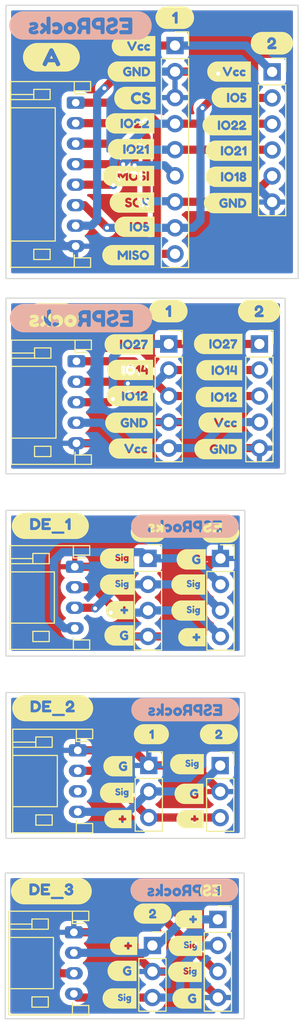
<source format=kicad_pcb>
(kicad_pcb (version 20211014) (generator pcbnew)
  (layers (0 "F.Cu" signal) (31 "B.Cu" signal) (34 "B.Paste" user) (35 "F.Paste" user) (36 "B.SilkS" user "B.Silkscreen") (37 "F.SilkS" user "F.Silkscreen") (38 "B.Mask" user) (39 "F.Mask" user) (44 "Edge.Cuts" user))
  (net 0 "")
  (net 1 "Net-(CN12-Pad4)")
  (net 3 "Net-(CN13-Pad4)")
  (net 4 "Net-(CN13-Pad3)")
  (net 5 "/A_Ad_GPIO5")
  (net 6 "/A_Ad_GPIO18{slash}SPI_SCK")
  (net 7 "/A_Ad_GPIO19{slash}SPI_MISO")
  (net 8 "/A_Ad_GPIO21")
  (net 9 "/A_Ad_GPIO22")
  (net 10 "/A_Ad_GPIO23{slash}SPI_MOSI")
  (net 11 "/A_Ad_Vcc")
  (net 12 "/A_Ad_GND")
  (net 13 "/AD_C_GPIO27")
  (net 14 "/AD_C_GPIO14")
  (net 15 "/AD_C_GPIO12")
  (net 16 "/AD_C_Vcc")
  (net 17 "/AD_C_GND")
  (net 18 "/AD_DE_Vcc_2")
  (net 19 "/AD_DE_GND_2")
  (net 20 "/AD_DE_Vcc_1")
  (net 21 "/AD_DE_GND_1")
  (net 22 "/AD_DE_GND_3")
  (net 23 "/AD_DE_Vcc_3")
  (net 24 "Net-(CN1-Pad3)")
  (net 25 "Net-(CN1-Pad4)")
  (footprint "kibuzzard-63397302" (layer "F.Cu") (at 81.3816 69.977)
    (fp_text reference "kibuzzard-63397302" hide)
    (fp_text value "G***" hide)
  )
  (footprint "kibuzzard-633972B0" (layer "F.Cu") (at 90.9582 77.7494)
    (fp_text reference "kibuzzard-633972B0" hide)
    (fp_text value "G***" hide)
  )
  (footprint "kibuzzard-6339B3C3" (layer "F.Cu") (at 81.382 96.5662)
    (fp_text reference "kibuzzard-6339B3C3" hide)
    (fp_text value "G***" hide)
  )
  (footprint "Connector_JST:JST_PH_S5B-PH-K_1x05_P2.00mm_Horizontal" (layer "F.Cu") (at 76.1612 93.1804 -90)
    (fp_text reference "CN11" hide)
    (fp_text value "C_Ad_In" hide)
    (pad "1" thru_hole roundrect (at 0 0 270) (size 1.2 1.75) (drill 0.75) (layers *.Cu *.Mask) (roundrect_rratio 0.2083333333) (net 15 "/AD_C_GPIO12"))
    (pad "2" thru_hole oval (at 2 0 270) (size 1.2 1.75) (drill 0.75) (layers *.Cu *.Mask) (net 14 "/AD_C_GPIO14"))
    (pad "3" thru_hole oval (at 4 0 270) (size 1.2 1.75) (drill 0.75) (layers *.Cu *.Mask) (net 13 "/AD_C_GPIO27"))
    (pad "4" thru_hole oval (at 6 0 270) (size 1.2 1.75) (drill 0.75) (layers *.Cu *.Mask) (net 16 "/AD_C_Vcc"))
    (pad "5" thru_hole oval (at 8 0 270) (size 1.2 1.75) (drill 0.75) (layers *.Cu *.Mask) (net 17 "/AD_C_GND"))
  )
  (footprint "kibuzzard-6341BA27" (layer "F.Cu") (at 87.0972 114.9654)
    (fp_text reference "kibuzzard-6341BA27" hide)
    (fp_text value "G***" hide)
  )
  (footprint "Connector_PinSocket_2.54mm:PinSocket_1x03_P2.54mm_Vertical" (layer "F.Cu") (at 83.591 150.1798)
    (fp_text reference "CN3" hide)
    (fp_text value "D_E_Ad_Out_2" hide)
    (pad "1" thru_hole rect (at 0 0) (size 1.7 1.7) (drill 1) (layers *.Cu *.Mask) (net 23 "/AD_DE_Vcc_3"))
    (pad "2" thru_hole oval (at 0 2.54) (size 1.7 1.7) (drill 1) (layers *.Cu *.Mask) (net 22 "/AD_DE_GND_3"))
    (pad "3" thru_hole oval (at 0 5.08) (size 1.7 1.7) (drill 1) (layers *.Cu *.Mask) (net 25 "Net-(CN1-Pad4)"))
  )
  (footprint "Connector_JST:JST_PH_S4B-PH-K_1x04_P2.00mm_Horizontal" (layer "F.Cu") (at 75.9972 113.2304 -90)
    (fp_text reference "CN13" hide)
    (fp_text value "D_E_1_Ad_In" hide)
    (pad "1" thru_hole roundrect (at 0 0 270) (size 1.2 1.75) (drill 0.75) (layers *.Cu *.Mask) (roundrect_rratio 0.2083333333) (net 21 "/AD_DE_GND_1"))
    (pad "2" thru_hole oval (at 2 0 270) (size 1.2 1.75) (drill 0.75) (layers *.Cu *.Mask) (net 20 "/AD_DE_Vcc_1"))
    (pad "3" thru_hole oval (at 4 0 270) (size 1.2 1.75) (drill 0.75) (layers *.Cu *.Mask) (net 4 "Net-(CN13-Pad3)"))
    (pad "4" thru_hole oval (at 6 0 270) (size 1.2 1.75) (drill 0.75) (layers *.Cu *.Mask) (net 3 "Net-(CN13-Pad4)"))
  )
  (footprint "kibuzzard-6339688B" (layer "F.Cu") (at 83.6168 147.066)
    (fp_text reference "kibuzzard-6339688B" hide)
    (fp_text value "G***" hide)
  )
  (footprint "kibuzzard-63397331" (layer "F.Cu") (at 81.8388 80.0608)
    (fp_text reference "kibuzzard-63397331" hide)
    (fp_text value "G***" hide)
  )
  (footprint "kibuzzard-6339BB7B" (layer "F.Cu") (at 87.122 147.6248)
    (fp_text reference "kibuzzard-6339BB7B" hide)
    (fp_text value "G***" hide)
  )
  (footprint "kibuzzard-6339BB62" (layer "F.Cu") (at 87.1728 135.382)
    (fp_text reference "kibuzzard-6339BB62" hide)
    (fp_text value "G***" hide)
  )
  (footprint "kibuzzard-6339BB62" (layer "F.Cu") (at 80.2136 132.6896)
    (fp_text reference "kibuzzard-6339BB62" hide)
    (fp_text value "G***" hide)
  )
  (footprint "kibuzzard-633972B9" (layer "F.Cu") (at 81.7458 62.4332)
    (fp_text reference "kibuzzard-633972B9" hide)
    (fp_text value "G***" hide)
  )
  (footprint "kibuzzard-633972B0" (layer "F.Cu") (at 90.0262 101.7524)
    (fp_text reference "kibuzzard-633972B0" hide)
    (fp_text value "G***" hide)
  )
  (footprint "kibuzzard-633972B0" (layer "F.Cu") (at 81.5426 64.9224)
    (fp_text reference "kibuzzard-633972B0" hide)
    (fp_text value "G***" hide)
  )
  (footprint "kibuzzard-6339BB7B" (layer "F.Cu") (at 80.772 150.2156)
    (fp_text reference "kibuzzard-6339BB7B" hide)
    (fp_text value "G***" hide)
  )
  (footprint "Connector_PinSocket_2.54mm:PinSocket_1x05_P2.54mm_Vertical" (layer "F.Cu") (at 85.1912 91.4954)
    (fp_text reference "CN17" hide)
    (fp_text value "C_Ad_Out_1" hide)
    (pad "1" thru_hole rect (at 0 0) (size 1.7 1.7) (drill 1) (layers *.Cu *.Mask) (net 13 "/AD_C_GPIO27"))
    (pad "2" thru_hole oval (at 0 2.54) (size 1.7 1.7) (drill 1) (layers *.Cu *.Mask) (net 14 "/AD_C_GPIO14"))
    (pad "3" thru_hole oval (at 0 5.08) (size 1.7 1.7) (drill 1) (layers *.Cu *.Mask) (net 15 "/AD_C_GPIO12"))
    (pad "4" thru_hole oval (at 0 7.62) (size 1.7 1.7) (drill 1) (layers *.Cu *.Mask) (net 17 "/AD_C_GND"))
    (pad "5" thru_hole oval (at 0 10.16) (size 1.7 1.7) (drill 1) (layers *.Cu *.Mask) (net 16 "/AD_C_Vcc"))
  )
  (footprint "Connector_JST:JST_PH_S4B-PH-K_1x04_P2.00mm_Horizontal" (layer "F.Cu") (at 75.9068 148.892 -90)
    (fp_text reference "CN1" hide)
    (fp_text value "D_E_3_Ad_In" hide)
    (pad "1" thru_hole roundrect (at 0 0 270) (size 1.2 1.75) (drill 0.75) (layers *.Cu *.Mask) (roundrect_rratio 0.2083333333) (net 22 "/AD_DE_GND_3"))
    (pad "2" thru_hole oval (at 2 0 270) (size 1.2 1.75) (drill 0.75) (layers *.Cu *.Mask) (net 23 "/AD_DE_Vcc_3"))
    (pad "3" thru_hole oval (at 4 0 270) (size 1.2 1.75) (drill 0.75) (layers *.Cu *.Mask) (net 24 "Net-(CN1-Pad3)"))
    (pad "4" thru_hole oval (at 6 0 270) (size 1.2 1.75) (drill 0.75) (layers *.Cu *.Mask) (net 25 "Net-(CN1-Pad4)"))
  )
  (footprint "Connector_PinSocket_2.54mm:PinSocket_1x03_P2.54mm_Vertical" (layer "F.Cu") (at 90.2212 132.6284)
    (fp_text reference "CN21" hide)
    (fp_text value "D_E_Ad_Out_2" hide)
    (pad "1" thru_hole rect (at 0 0) (size 1.7 1.7) (drill 1) (layers *.Cu *.Mask) (net 1 "Net-(CN12-Pad4)"))
    (pad "2" thru_hole oval (at 0 2.54) (size 1.7 1.7) (drill 1) (layers *.Cu *.Mask) (net 19 "/AD_DE_GND_2"))
    (pad "3" thru_hole oval (at 0 5.08) (size 1.7 1.7) (drill 1) (layers *.Cu *.Mask) (net 18 "/AD_DE_Vcc_2"))
  )
  (footprint "kibuzzard-6341BA27" (layer "F.Cu") (at 80.1122 112.4254)
    (fp_text reference "kibuzzard-6341BA27" hide)
    (fp_text value "G***" hide)
  )
  (footprint "kibuzzard-6339736F" (layer "F.Cu") (at 91.3392 67.4624)
    (fp_text reference "kibuzzard-6339736F" hide)
    (fp_text value "G***" hide)
  )
  (footprint "kibuzzard-6339687F" (layer "F.Cu") (at 83.4902 129.5654)
    (fp_text reference "kibuzzard-6339687F" hide)
    (fp_text value "G***" hide)
  )
  (footprint "kibuzzard-6339B3B1" (layer "F.Cu") (at 81.2804 91.537)
    (fp_text reference "kibuzzard-6339B3B1" hide)
    (fp_text value "G***" hide)
  )
  (footprint "kibuzzard-6341BA27" (layer "F.Cu") (at 86.7664 152.7556)
    (fp_text reference "kibuzzard-6341BA27" hide)
    (fp_text value "G***" hide)
  )
  (footprint "kibuzzard-63864E34" (layer "F.Cu") (at 73.7108 144.8816)
    (fp_text reference "kibuzzard-63864E34" hide)
    (fp_text value "G***" hide)
  )
  (footprint "kibuzzard-6339B3BA" (layer "F.Cu") (at 81.4074 94.0262)
    (fp_text reference "kibuzzard-6339B3BA" hide)
    (fp_text value "G***" hide)
  )
  (footprint "kibuzzard-633972B9" (layer "F.Cu") (at 81.4582 101.697)
    (fp_text reference "kibuzzard-633972B9" hide)
    (fp_text value "G***" hide)
  )
  (footprint "Connector_PinSocket_2.54mm:PinSocket_1x05_P2.54mm_Vertical" (layer "F.Cu") (at 94.0562 91.4954)
    (fp_text reference "CN16" hide)
    (fp_text value "C_Ad_Out_2" hide)
    (pad "1" thru_hole rect (at 0 0) (size 1.7 1.7) (drill 1) (layers *.Cu *.Mask) (net 13 "/AD_C_GPIO27"))
    (pad "2" thru_hole oval (at 0 2.54) (size 1.7 1.7) (drill 1) (layers *.Cu *.Mask) (net 14 "/AD_C_GPIO14"))
    (pad "3" thru_hole oval (at 0 5.08) (size 1.7 1.7) (drill 1) (layers *.Cu *.Mask) (net 15 "/AD_C_GPIO12"))
    (pad "4" thru_hole oval (at 0 7.62) (size 1.7 1.7) (drill 1) (layers *.Cu *.Mask) (net 16 "/AD_C_Vcc"))
    (pad "5" thru_hole oval (at 0 10.16) (size 1.7 1.7) (drill 1) (layers *.Cu *.Mask) (net 17 "/AD_C_GND"))
  )
  (footprint "Connector_PinSocket_2.54mm:PinSocket_1x09_P2.54mm_Vertical" (layer "F.Cu") (at 85.8012 62.3824)
    (fp_text reference "CN14" hide)
    (fp_text value "A_Ad_Out_1" hide)
    (pad "1" thru_hole rect (at 0 0) (size 1.7 1.7) (drill 1) (layers *.Cu *.Mask) (net 11 "/A_Ad_Vcc"))
    (pad "2" thru_hole oval (at 0 2.54) (size 1.7 1.7) (drill 1) (layers *.Cu *.Mask) (net 12 "/A_Ad_GND"))
    (pad "3" thru_hole oval (at 0 5.08) (size 1.7 1.7) (drill 1) (layers *.Cu *.Mask) (net 12 "/A_Ad_GND"))
    (pad "4" thru_hole oval (at 0 7.62) (size 1.7 1.7) (drill 1) (layers *.Cu *.Mask) (net 9 "/A_Ad_GPIO22"))
    (pad "5" thru_hole oval (at 0 10.16) (size 1.7 1.7) (drill 1) (layers *.Cu *.Mask) (net 8 "/A_Ad_GPIO21"))
    (pad "6" thru_hole oval (at 0 12.7) (size 1.7 1.7) (drill 1) (layers *.Cu *.Mask) (net 10 "/A_Ad_GPIO23{slash}SPI_MOSI"))
    (pad "7" thru_hole oval (at 0 15.24) (size 1.7 1.7) (drill 1) (layers *.Cu *.Mask) (net 6 "/A_Ad_GPIO18{slash}SPI_SCK"))
    (pad "8" thru_hole oval (at 0 17.78) (size 1.7 1.7) (drill 1) (layers *.Cu *.Mask) (net 5 "/A_Ad_GPIO5"))
    (pad "9" thru_hole oval (at 0 20.32) (size 1.7 1.7) (drill 1) (layers *.Cu *.Mask) (net 7 "/A_Ad_GPIO19{slash}SPI_MISO"))
  )
  (footprint "kibuzzard-6339730C" (layer "F.Cu") (at 81.2292 75.1078)
    (fp_text reference "kibuzzard-6339730C" hide)
    (fp_text value "G***" hide)
  )
  (footprint "Connector_PinSocket_2.54mm:PinSocket_1x04_P2.54mm_Vertical" (layer "F.Cu") (at 90.2466 112.4204)
    (fp_text reference "CN19" hide)
    (fp_text value "D_E_Ad_Out_2" hide)
    (pad "1" thru_hole rect (at 0 0) (size 1.7 1.7) (drill 1) (layers *.Cu *.Mask) (net 21 "/AD_DE_GND_1"))
    (pad "2" thru_hole oval (at 0 2.54) (size 1.7 1.7) (drill 1) (layers *.Cu *.Mask) (net 3 "Net-(CN13-Pad4)"))
    (pad "3" thru_hole oval (at 0 5.08) (size 1.7 1.7) (drill 1) (layers *.Cu *.Mask) (net 4 "Net-(CN13-Pad3)"))
    (pad "4" thru_hole oval (at 0 7.62) (size 1.7 1.7) (drill 1) (layers *.Cu *.Mask) (net 20 "/AD_DE_Vcc_1"))
  )
  (footprint "kibuzzard-63396654" (layer "F.Cu") (at 73.7112 63.5254)
    (fp_text reference "kibuzzard-63396654" hide)
    (fp_text value "G***" hide)
  )
  (footprint "kibuzzard-6339BB62" (layer "F.Cu") (at 80.3156 119.9288)
    (fp_text reference "kibuzzard-6339BB62" hide)
    (fp_text value "G***" hide)
  )
  (footprint "kibuzzard-6339687F" (layer "F.Cu") (at 89.9668 144.8308)
    (fp_text reference "kibuzzard-6339687F" hide)
    (fp_text value "G***" hide)
  )
  (footprint "kibuzzard-6341BA27" (layer "F.Cu") (at 80.1122 114.9654)
    (fp_text reference "kibuzzard-6341BA27" hide)
    (fp_text value "G***" hide)
  )
  (footprint "kibuzzard-6339BB7B" (layer "F.Cu") (at 80.2136 137.8458)
    (fp_text reference "kibuzzard-6339BB7B" hide)
    (fp_text value "G***" hide)
  )
  (footprint "Connector_PinSocket_2.54mm:PinSocket_1x03_P2.54mm_Vertical" (layer "F.Cu") (at 83.2362 132.6134)
    (fp_text reference "CN20" hide)
    (fp_text value "D_E_Ad_Out_1" hide)
    (pad "1" thru_hole rect (at 0 0) (size 1.7 1.7) (drill 1) (layers *.Cu *.Mask) (net 19 "/AD_DE_GND_2"))
    (pad "2" thru_hole oval (at 0 2.54) (size 1.7 1.7) (drill 1) (layers *.Cu *.Mask) (net 1 "Net-(CN12-Pad4)"))
    (pad "3" thru_hole oval (at 0 5.08) (size 1.7 1.7) (drill 1) (layers *.Cu *.Mask) (net 18 "/AD_DE_Vcc_2"))
  )
  (footprint "Connector_PinSocket_2.54mm:PinSocket_1x04_P2.54mm_Vertical" (layer "F.Cu") (at 83.1592 112.41)
    (fp_text reference "CN18" hide)
    (fp_text value "D_E_Ad_Out_1" hide)
    (pad "1" thru_hole rect (at 0 0) (size 1.7 1.7) (drill 1) (layers *.Cu *.Mask) (net 3 "Net-(CN13-Pad4)"))
    (pad "2" thru_hole oval (at 0 2.54) (size 1.7 1.7) (drill 1) (layers *.Cu *.Mask) (net 4 "Net-(CN13-Pad3)"))
    (pad "3" thru_hole oval (at 0 5.08) (size 1.7 1.7) (drill 1) (layers *.Cu *.Mask) (net 20 "/AD_DE_Vcc_1"))
    (pad "4" thru_hole oval (at 0 7.62) (size 1.7 1.7) (drill 1) (layers *.Cu *.Mask) (net 21 "/AD_DE_GND_1"))
  )
  (footprint "kibuzzard-6339688B" (layer "F.Cu") (at 90.2212 109.9058)
    (fp_text reference "kibuzzard-6339688B" hide)
    (fp_text value "G***" hide)
  )
  (footprint "kibuzzard-63864F5E" (layer "F.Cu") (at 81.8896 67.5132)
    (fp_text reference "kibuzzard-63864F5E" hide)
    (fp_text value "G***" hide)
  )
  (footprint "kibuzzard-6341BA27" (layer "F.Cu") (at 86.9702 132.4914)
    (fp_text reference "kibuzzard-6341BA27" hide)
    (fp_text value "G***" hide)
  )
  (footprint "kibuzzard-633967D6" (layer "F.Cu") (at 94.0312 88.2904)
    (fp_text reference "kibuzzard-633967D6" hide)
    (fp_text value "G***" hide)
  )
  (footprint "kibuzzard-6339687F" (layer "F.Cu") (at 83.1858 109.845)
    (fp_text reference "kibuzzard-6339687F" hide)
    (fp_text value "G***" hide)
  )
  (footprint "kibuzzard-63397326" (layer "F.Cu") (at 81.5848 77.6986)
    (fp_text reference "kibuzzard-63397326" hide)
    (fp_text value "G***" hide)
  )
  (footprint "Connector_PinSocket_2.54mm:PinSocket_1x06_P2.54mm_Vertical" (layer "F.Cu") (at 95.3012 64.9474)
    (fp_text reference "CN15" hide)
    (fp_text value "A_Ad_Out_2" hide)
    (pad "1" thru_hole rect (at 0 0) (size 1.7 1.7) (drill 1) (layers *.Cu *.Mask) (net 11 "/A_Ad_Vcc"))
    (pad "2" thru_hole oval (at 0 2.54) (size 1.7 1.7) (drill 1) (layers *.Cu *.Mask) (net 5 "/A_Ad_GPIO5"))
    (pad "3" thru_hole oval (at 0 5.08) (size 1.7 1.7) (drill 1) (layers *.Cu *.Mask) (net 9 "/A_Ad_GPIO22"))
    (pad "4" thru_hole oval (at 0 7.62) (size 1.7 1.7) (drill 1) (layers *.Cu *.Mask) (net 8 "/A_Ad_GPIO21"))
    (pad "5" thru_hole oval (at 0 10.16) (size 1.7 1.7) (drill 1) (layers *.Cu *.Mask) (net 6 "/A_Ad_GPIO18{slash}SPI_SCK"))
    (pad "6" thru_hole oval (at 0 12.7) (size 1.7 1.7) (drill 1) (layers *.Cu *.Mask) (net 12 "/A_Ad_GND"))
  )
  (footprint "kibuzzard-6339BB7B" (layer "F.Cu") (at 87.453 120.1066)
    (fp_text reference "kibuzzard-6339BB7B" hide)
    (fp_text value "G***" hide)
  )
  (footprint "kibuzzard-6341BA27" (layer "F.Cu") (at 80.1122 135.2854)
    (fp_text reference "kibuzzard-6341BA27" hide)
    (fp_text value "G***" hide)
  )
  (footprint "kibuzzard-6342D61E" (layer "F.Cu") (at 91.0422 72.644)
    (fp_text reference "kibuzzard-6342D61E" hide)
    (fp_text value "G***" hide)
  )
  (footprint "kibuzzard-6339BB62" (layer "F.Cu") (at 80.6196 152.654)
    (fp_text reference "kibuzzard-6339BB62" hide)
    (fp_text value "G***" hide)
  )
  (footprint "kibuzzard-633967CC" (layer "F.Cu") (at 85.1412 88.2904)
    (fp_text reference "kibuzzard-633967CC" hide)
    (fp_text value "G***" hide)
  )
  (footprint "kibuzzard-6339BB7B" (layer "F.Cu") (at 87.2744 137.8458)
    (fp_text reference "kibuzzard-6339BB7B" hide)
    (fp_text value "G***" hide)
  )
  (footprint "Connector_JST:JST_PH_S8B-PH-K_1x08_P2.00mm_Horizontal" (layer "F.Cu") (at 76.085 67.9554 -90)
    (fp_text reference "CN10" hide)
    (fp_text value "A_Ad_In" hide)
    (pad "1" thru_hole roundrect (at 0 0 270) (size 1.2 1.75) (drill 0.75) (layers *.Cu *.Mask) (roundrect_rratio 0.2083333333) (net 7 "/A_Ad_GPIO19{slash}SPI_MISO"))
    (pad "2" thru_hole oval (at 2 0 270) (size 1.2 1.75) (drill 0.75) (layers *.Cu *.Mask) (net 6 "/A_Ad_GPIO18{slash}SPI_SCK"))
    (pad "3" thru_hole oval (at 4 0 270) (size 1.2 1.75) (drill 0.75) (layers *.Cu *.Mask) (net 10 "/A_Ad_GPIO23{slash}SPI_MOSI"))
    (pad "4" thru_hole oval (at 6 0 270) (size 1.2 1.75) (drill 0.75) (layers *.Cu *.Mask) (net 8 "/A_Ad_GPIO21"))
    (pad "5" thru_hole oval (at 8 0 270) (size 1.2 1.75) (drill 0.75) (layers *.Cu *.Mask) (net 9 "/A_Ad_GPIO22"))
    (pad "6" thru_hole oval (at 10 0 270) (size 1.2 1.75) (drill 0.75) (layers *.Cu *.Mask) (net 5 "/A_Ad_GPIO5"))
    (pad "7" thru_hole oval (at 12 0 270) (size 1.2 1.75) (drill 0.75) (layers *.Cu *.Mask) (net 11 "/A_Ad_Vcc"))
    (pad "8" thru_hole oval (at 14 0 270) (size 1.2 1.75) (drill 0.75) (layers *.Cu *.Mask) (net 12 "/A_Ad_GND"))
  )
  (footprint "kibuzzard-6341BA27" (layer "F.Cu") (at 86.8172 150.2156)
    (fp_text reference "kibuzzard-6341BA27" hide)
    (fp_text value "G***" hide)
  )
  (footprint "kibuzzard-633972B9" (layer "F.Cu") (at 91.0852 64.9224)
    (fp_text reference "kibuzzard-633972B9" hide)
    (fp_text value "G***" hide)
  )
  (footprint "kibuzzard-633967D6" (layer "F.Cu") (at 95.2762 62.1538)
    (fp_text reference "kibuzzard-633967D6" hide)
    (fp_text value "G***" hide)
  )
  (footprint "kibuzzard-633967E4" (layer "F.Cu") (at 73.7112 88.9254)
    (fp_text reference "kibuzzard-633967E4" hide)
    (fp_text value "G***" hide)
  )
  (footprint "kibuzzard-633972B9" (layer "F.Cu") (at 90.2294 99.1616)
    (fp_text reference "kibuzzard-633972B9" hide)
    (fp_text value "G***" hide)
  )
  (footprint "kibuzzard-6339BB62" (layer "F.Cu") (at 87.3768 112.512)
    (fp_text reference "kibuzzard-6339BB62" hide)
    (fp_text value "G***" hide)
  )
  (footprint "kibuzzard-6339B3B1" (layer "F.Cu") (at 90.0262 91.4908)
    (fp_text reference "kibuzzard-6339B3B1" hide)
    (fp_text value "G***" hide)
  )
  (footprint "kibuzzard-6339B3C3" (layer "F.Cu") (at 90.1024 96.6724)
    (fp_text reference "kibuzzard-6339B3C3" hide)
    (fp_text value "G***" hide)
  )
  (footprint "kibuzzard-6339B3BA" (layer "F.Cu") (at 90.1278 94.0562)
    (fp_text reference "kibuzzard-6339B3BA" hide)
    (fp_text value "G***" hide)
  )
  (footprint "kibuzzard-633DC4C9" (layer "F.Cu") (at 73.8382 127.0254)
    (fp_text reference "kibuzzard-633DC4C9" hide)
    (fp_text value "G***" hide)
  )
  (footprint "kibuzzard-6342D60D" (layer "F.Cu") (at 90.8898 70.1548)
    (fp_text reference "kibuzzard-6342D60D" hide)
    (fp_text value "G***" hide)
  )
  (footprint "kibuzzard-633967CC" (layer "F.Cu") (at 85.7758 59.6646)
    (fp_text reference "kibuzzard-633967CC" hide)
    (fp_text value "G***" hide)
  )
  (footprint "kibuzzard-633DC3DB" (layer "F.Cu") (at 73.6096 109.2454)
    (fp_text reference "kibuzzard-633DC3DB" hide)
    (fp_text value "G***" hide)
  )
  (footprint "kibuzzard-6341BA27" (layer "F.Cu") (at 80.3656 155.3464)
    (fp_text reference "kibuzzard-6341BA27" hide)
    (fp_text value "G***" hide)
  )
  (footprint "kibuzzard-633972B0" (layer "F.Cu") (at 81.3058 99.1824)
    (fp_text reference "kibuzzard-633972B0" hide)
    (fp_text value "G***" hide)
  )
  (footprint "kibuzzard-6339BB62" (layer "F.Cu") (at 86.9696 155.3464)
    (fp_text reference "kibuzzard-6339BB62" hide)
    (fp_text value "G***" hide)
  )
  (footprint "Connector_PinSocket_2.54mm:PinSocket_1x04_P2.54mm_Vertical" (layer "F.Cu") (at 89.9918 147.6348)
    (fp_text reference "CN2" hide)
    (fp_text value "D_E_Ad_Out_1" hide)
    (pad "1" thru_hole rect (at 0 0) (size 1.7 1.7) (drill 1) (layers *.Cu *.Mask) (net 23 "/AD_DE_Vcc_3"))
    (pad "2" thru_hole oval (at 0 2.54) (size 1.7 1.7) (drill 1) (layers *.Cu *.Mask) (net 25 "Net-(CN1-Pad4)"))
    (pad "3" thru_hole oval (at 0 5.08) (size 1.7 1.7) (drill 1) (layers *.Cu *.Mask) (net 24 "Net-(CN1-Pad3)"))
    (pad "4" thru_hole oval (at 0 7.62) (size 1.7 1.7) (drill 1) (layers *.Cu *.Mask) (net 22 "/AD_DE_GND_3"))
  )
  (footprint "kibuzzard-6341BA27" (layer "F.Cu") (at 87.0972 117.5054)
    (fp_text reference "kibuzzard-6341BA27" hide)
    (fp_text value "G***" hide)
  )
  (footprint "kibuzzard-6339731C" (layer "F.Cu") (at 81.2292 82.8294)
    (fp_text reference "kibuzzard-6339731C" hide)
    (fp_text value "G***" hide)
  )
  (footprint "kibuzzard-6339688B" (layer "F.Cu") (at 90.0942 129.5654)
    (fp_text reference "kibuzzard-6339688B" hide)
    (fp_text value "G***" hide)
  )
  (footprint "kibuzzard-6339BB7B" (layer "F.Cu") (at 80.3918 117.465)
    (fp_text reference "kibuzzard-6339BB7B" hide)
    (fp_text value "G***" hide)
  )
  (footprint "kibuzzard-6342D62B" (layer "F.Cu") (at 91.0422 75.184)
    (fp_text reference "kibuzzard-6342D62B" hide)
    (fp_text value "G***" hide)
  )
  (footprint "kibuzzard-6342D5D3" (layer "F.Cu") (at 81.4918 72.4916)
    (fp_text reference "kibuzzard-6342D5D3" hide)
    (fp_text value "G***" hide)
  )
  (footprint "Connector_JST:JST_PH_S4B-PH-K_1x04_P2.00mm_Horizontal" (layer "F.Cu") (at 76.2882 131.1374 -90)
    (fp_text reference "CN12" hide)
    (fp_text value "D_E_2_Ad_In" hide)
    (pad "1" thru_hole roundrect (at 0 0 270) (size 1.2 1.75) (drill 0.75) (layers *.Cu *.Mask) (roundrect_rratio 0.2083333333) (net 19 "/AD_DE_GND_2"))
    (pad "2" thru_hole oval (at 2 0 270) (size 1.2 1.75) (drill 0.75) (layers *.Cu *.Mask) (net 18 "/AD_DE_Vcc_2"))
    (pad "3" thru_hole oval (at 4 0 270) (size 1.2 1.75) (drill 0.75) (layers *.Cu *.Mask))
    (pad "4" thru_hole oval (at 6 0 270) (size 1.2 1.75) (drill 0.75) (layers *.Cu *.Mask) (net 1 "Net-(CN12-Pad4)"))
  )
  (footprint "kibuzzard-633DF18E" (layer "B.Cu") (at 76.6068 88.9762 180)
    (fp_text reference "kibuzzard-633DF18E" hide)
    (fp_text value "G***" hide)
  )
  (footprint "kibuzzard-633DF0B5" (layer "B.Cu") (at 86.7922 127.1778 180)
    (fp_text reference "kibuzzard-633DF0B5" hide)
    (fp_text value "G***" hide)
  )
  (footprint "kibuzzard-633DF18E" (layer "B.Cu") (at 76.556 60.4266 180)
    (fp_text reference "kibuzzard-633DF18E" hide)
    (fp_text value "G***" hide)
  )
  (footprint "kibuzzard-633DF0B5" (layer "B.Cu") (at 86.7668 109.2708 180)
    (fp_text reference "kibuzzard-633DF0B5" hide)
    (fp_text value "G***" hide)
  )
  (footprint "kibuzzard-633DF0B5" (layer "B.Cu") (at 86.7156 144.78 180)
    (fp_text reference "kibuzzard-633DF0B5" hide)
    (fp_text value "G***" hide)
  )
  (gr_line (start 69.2662 58.4454) (end 69.2662 85.1154) (layer "Edge.Cuts") (width 0.1))
  (gr_line (start 96.5712 104.1654) (end 69.2662 104.1654) (layer "Edge.Cuts") (width 0.1))
  (gr_line (start 69.1896 143.1036) (end 69.1896 157.3276) (layer "Edge.Cuts") (width 0.1))
  (gr_line (start 92.6342 121.9454) (end 69.2662 121.9454) (layer "Edge.Cuts") (width 0.1))
  (gr_line (start 92.6342 125.5014) (end 92.6342 139.7254) (layer "Edge.Cuts") (width 0.1))
  (gr_line (start 69.2662 125.5014) (end 69.2662 139.7254) (layer "Edge.Cuts") (width 0.1))
  (gr_line (start 69.2662 107.7214) (end 69.2662 121.9454) (layer "Edge.Cuts") (width 0.1))
  (gr_line (start 69.2662 87.0204) (end 96.5712 87.0204) (layer "Edge.Cuts") (width 0.1))
  (gr_line (start 97.8412 85.1154) (end 69.2662 85.1154) (layer "Edge.Cuts") (width 0.1))
  (gr_line (start 69.2662 87.0204) (end 69.2662 104.1654) (layer "Edge.Cuts") (width 0.1))
  (gr_line (start 92.5576 143.1036) (end 92.5576 157.3276) (layer "Edge.Cuts") (width 0.1))
  (gr_line (start 92.6342 139.7254) (end 69.2662 139.7254) (layer "Edge.Cuts") (width 0.1))
  (gr_line (start 69.2662 107.7214) (end 92.6342 107.7214) (layer "Edge.Cuts") (width 0.1))
  (gr_line (start 69.2662 58.4454) (end 97.8412 58.4454) (layer "Edge.Cuts") (width 0.1))
  (gr_line (start 92.5576 157.3276) (end 69.1896 157.3276) (layer "Edge.Cuts") (width 0.1))
  (gr_line (start 69.2662 125.5014) (end 92.6342 125.5014) (layer "Edge.Cuts") (width 0.1))
  (gr_line (start 96.5712 87.0204) (end 96.5712 104.1654) (layer "Edge.Cuts") (width 0.1))
  (gr_line (start 92.6342 107.7214) (end 92.6342 121.9454) (layer "Edge.Cuts") (width 0.1))
  (gr_line (start 97.8412 58.4454) (end 97.8412 85.1154) (layer "Edge.Cuts") (width 0.1))
  (gr_line (start 69.1896 143.1036) (end 92.5576 143.1036) (layer "Edge.Cuts") (width 0.1))
  (segment (start 87.6962 135.1534) (end 90.2212 132.6284) (width 0.8) (layer "B.Cu") (net 1))
  (segment (start 76.2882 137.1374) (end 81.2522 137.1374) (width 0.8) (layer "B.Cu") (net 1))
  (segment (start 83.2362 135.1534) (end 87.6962 135.1534) (width 0.8) (layer "B.Cu") (net 1))
  (segment (start 81.2522 137.1374) (end 83.2362 135.1534) (width 0.8) (layer "B.Cu") (net 1))
  (segment (start 83.1592 112.41) (end 87.6962 112.41) (width 0.8) (layer "B.Cu") (net 3))
  (segment (start 75.9972 119.2304) (end 74.9922 119.2304) (width 0.8) (layer "B.Cu") (net 3))
  (segment (start 73.9734 118.2116) (end 73.9734 112.6236) (width 0.8) (layer "B.Cu") (net 3))
  (segment (start 82.56 111.8108) (end 83.1592 112.41) (width 0.8) (layer "B.Cu") (net 3))
  (segment (start 74.7862 111.8108) (end 82.56 111.8108) (width 0.8) (layer "B.Cu") (net 3))
  (segment (start 87.6962 112.41) (end 90.2466 114.9604) (width 0.8) (layer "B.Cu") (net 3))
  (segment (start 74.9922 119.2304) (end 73.9734 118.2116) (width 0.8) (layer "B.Cu") (net 3))
  (segment (start 73.9734 112.6236) (end 74.7862 111.8108) (width 0.8) (layer "B.Cu") (net 3))
  (segment (start 77.9198 117.2304) (end 77.9866 117.2972) (width 0.8) (layer "F.Cu") (net 4))
  (segment (start 75.9972 117.2304) (end 77.9198 117.2304) (width 0.8) (layer "F.Cu") (net 4))
  (via (at 77.9866 117.2972) (size 0.8) (drill 0.4) (layers "F.Cu" "B.Cu") (net 4))
  (segment (start 83.1592 114.95) (end 87.6962 114.95) (width 0.8) (layer "B.Cu") (net 4))
  (segment (start 77.9866 117.2972) (end 80.3338 114.95) (width 0.8) (layer "B.Cu") (net 4))
  (segment (start 80.3338 114.95) (end 83.1592 114.95) (width 0.8) (layer "B.Cu") (net 4))
  (segment (start 87.6962 114.95) (end 90.2466 117.5004) (width 0.8) (layer "B.Cu") (net 4))
  (segment (start 89.4846 67.4874) (end 95.3012 67.4874) (width 0.8) (layer "F.Cu") (net 5))
  (segment (start 76.9394 77.9554) (end 79.1464 80.1624) (width 0.8) (layer "F.Cu") (net 5))
  (segment (start 76.085 77.9554) (end 76.9394 77.9554) (width 0.8) (layer "F.Cu") (net 5))
  (segment (start 88.4936 68.4784) (end 89.4846 67.4874) (width 0.8) (layer "F.Cu") (net 5))
  (via (at 79.1464 80.1624) (size 0.8) (drill 0.4) (layers "F.Cu" "B.Cu") (net 5))
  (via (at 88.4936 68.4784) (size 0.8) (drill 0.4) (layers "F.Cu" "B.Cu") (net 5))
  (segment (start 88.4936 68.4784) (end 88.2904 68.6816) (width 0.8) (layer "B.Cu") (net 5))
  (segment (start 79.1464 80.1624) (end 85.8012 80.1624) (width 0.8) (layer "B.Cu") (net 5))
  (segment (start 88.2904 79.4512) (end 87.5792 80.1624) (width 0.8) (layer "B.Cu") (net 5))
  (segment (start 87.5792 80.1624) (end 85.8012 80.1624) (width 0.8) (layer "B.Cu") (net 5))
  (segment (start 88.2904 68.6816) (end 88.2904 79.4512) (width 0.8) (layer "B.Cu") (net 5))
  (segment (start 76.085 69.9554) (end 81.648 69.9554) (width 0.8) (layer "F.Cu") (net 6))
  (segment (start 85.8012 77.6224) (end 92.7862 77.6224) (width 0.8) (layer "F.Cu") (net 6))
  (segment (start 83.0158 71.3232) (end 83.0158 77.5716) (width 0.8) (layer "F.Cu") (net 6))
  (segment (start 92.7862 77.6224) (end 95.3012 75.1074) (width 0.8) (layer "F.Cu") (net 6))
  (segment (start 81.648 69.9554) (end 83.0158 71.3232) (width 0.8) (layer "F.Cu") (net 6))
  (via (at 83.0158 77.5716) (size 0.8) (drill 0.4) (layers "F.Cu" "B.Cu") (net 6))
  (segment (start 85.7504 77.5716) (end 85.8012 77.6224) (width 0.8) (layer "B.Cu") (net 6))
  (segment (start 83.0158 77.5716) (end 85.7504 77.5716) (width 0.8) (layer "B.Cu") (net 6))
  (segment (start 84.2858 82.7024) (end 85.8012 82.7024) (width 0.8) (layer "F.Cu") (net 7))
  (segment (start 76.085 67.9554) (end 82.0864 67.9554) (width 0.8) (layer "F.Cu") (net 7))
  (segment (start 84.0318 82.4484) (end 84.2858 82.7024) (width 0.8) (layer "F.Cu") (net 7))
  (segment (start 82.0864 67.9554) (end 84.0318 69.9008) (width 0.8) (layer "F.Cu") (net 7))
  (segment (start 84.0318 69.9008) (end 84.0318 82.4484) (width 0.8) (layer "F.Cu") (net 7))
  (segment (start 95.2762 72.5424) (end 95.3012 72.5674) (width 0.8) (layer "F.Cu") (net 8))
  (segment (start 80.7204 73.9554) (end 80.7298 73.9648) (width 0.8) (layer "F.Cu") (net 8))
  (segment (start 76.085 73.9554) (end 80.7204 73.9554) (width 0.8) (layer "F.Cu") (net 8))
  (segment (start 85.8012 72.5424) (end 95.2762 72.5424) (width 0.8) (layer "F.Cu") (net 8))
  (via (at 80.7298 73.9648) (size 0.8) (drill 0.4) (layers "F.Cu" "B.Cu") (net 8))
  (segment (start 82.099287 72.5424) (end 85.8012 72.5424) (width 0.8) (layer "B.Cu") (net 8))
  (segment (start 80.7298 73.911887) (end 82.099287 72.5424) (width 0.8) (layer "B.Cu") (net 8))
  (segment (start 80.7298 73.9648) (end 80.7298 73.911887) (width 0.8) (layer "B.Cu") (net 8))
  (segment (start 79.7232 75.9554) (end 79.7646 75.9968) (width 0.8) (layer "F.Cu") (net 9))
  (segment (start 85.8012 70.0024) (end 95.2762 70.0024) (width 0.8) (layer "F.Cu") (net 9))
  (segment (start 76.085 75.9554) (end 79.7232 75.9554) (width 0.8) (layer "F.Cu") (net 9))
  (segment (start 95.2762 70.0024) (end 95.3012 70.0274) (width 0.8) (layer "F.Cu") (net 9))
  (via (at 79.7646 75.9968) (size 0.8) (drill 0.4) (layers "F.Cu" "B.Cu") (net 9))
  (segment (start 83.367173 70.0024) (end 85.8012 70.0024) (width 0.8) (layer "B.Cu") (net 9))
  (segment (start 79.7646 75.9968) (end 79.7646 73.604973) (width 0.8) (layer "B.Cu") (net 9))
  (segment (start 79.7646 73.604973) (end 83.367173 70.0024) (width 0.8) (layer "B.Cu") (net 9))
  (segment (start 76.085 71.9554) (end 81.5144 71.9554) (width 0.8) (layer "F.Cu") (net 10))
  (segment (start 81.5144 71.9554) (end 81.8474 72.2884) (width 0.8) (layer "F.Cu") (net 10))
  (segment (start 81.8474 72.2884) (end 81.8474 74.0664) (width 0.8) (layer "F.Cu") (net 10))
  (via (at 81.8474 74.0664) (size 0.8) (drill 0.4) (layers "F.Cu" "B.Cu") (net 10))
  (segment (start 81.8474 74.0664) (end 84.7852 74.0664) (width 0.8) (layer "B.Cu") (net 10))
  (segment (start 84.7852 74.0664) (end 85.8012 75.0824) (width 0.8) (layer "B.Cu") (net 10))
  (segment (start 78.8924 66.548) (end 83.058 62.3824) (width 0.8) (layer "F.Cu") (net 11))
  (segment (start 83.058 62.3824) (end 85.8012 62.3824) (width 0.8) (layer "F.Cu") (net 11))
  (via (at 78.8924 66.548) (size 0.8) (drill 0.4) (layers "F.Cu" "B.Cu") (net 11))
  (segment (start 78.0796 79.502) (end 78.1812 79.4004) (width 0.8) (layer "B.Cu") (net 11))
  (segment (start 85.8012 62.3824) (end 92.7362 62.3824) (width 0.8) (layer "B.Cu") (net 11))
  (segment (start 92.7362 62.3824) (end 95.3012 64.9474) (width 0.8) (layer "B.Cu") (net 11))
  (segment (start 78.1812 67.2592) (end 78.8924 66.548) (width 0.8) (layer "B.Cu") (net 11))
  (segment (start 77.6262 79.9554) (end 78.0796 79.502) (width 0.8) (layer "B.Cu") (net 11))
  (segment (start 78.1812 72.6948) (end 78.1812 67.2592) (width 0.8) (layer "B.Cu") (net 11))
  (segment (start 78.1812 79.4004) (end 78.1812 72.6948) (width 0.8) (layer "B.Cu") (net 11))
  (segment (start 76.085 79.9554) (end 77.6262 79.9554) (width 0.8) (layer "B.Cu") (net 11))
  (segment (start 89.823 64.9224) (end 90.0262 65.1256) (width 0.8) (layer "F.Cu") (net 12))
  (segment (start 85.8012 64.9224) (end 89.823 64.9224) (width 0.8) (layer "F.Cu") (net 12))
  (via (at 90.0262 65.1256) (size 0.8) (drill 0.4) (layers "F.Cu" "B.Cu") (net 12))
  (segment (start 73.7702 80.772) (end 73.7702 66.3956) (width 0.8) (layer "B.Cu") (net 12))
  (segment (start 74.9536 81.9554) (end 73.7702 80.772) (width 0.8) (layer "B.Cu") (net 12))
  (segment (start 75.2434 64.9224) (end 85.8012 64.9224) (width 0.8) (layer "B.Cu") (net 12))
  (segment (start 90.0262 72.3724) (end 95.3012 77.6474) (width 0.8) (layer "B.Cu") (net 12))
  (segment (start 90.0262 65.1256) (end 90.0262 72.3724) (width 0.8) (layer "B.Cu") (net 12))
  (segment (start 73.7702 66.3956) (end 75.2434 64.9224) (width 0.8) (layer "B.Cu") (net 12))
  (segment (start 76.085 81.9554) (end 74.9536 81.9554) (width 0.8) (layer "B.Cu") (net 12))
  (segment (start 85.1912 91.4954) (end 94.0562 91.4954) (width 0.8) (layer "F.Cu") (net 13))
  (segment (start 79.409 97.1804) (end 79.7138 96.8756) (width 0.8) (layer "F.Cu") (net 13))
  (segment (start 76.1612 97.1804) (end 79.409 97.1804) (width 0.8) (layer "F.Cu") (net 13))
  (via (at 79.7138 96.8756) (size 0.8) (drill 0.4) (layers "F.Cu" "B.Cu") (net 13))
  (segment (start 79.7138 96.8756) (end 79.7138 92.8116) (width 0.8) (layer "B.Cu") (net 13))
  (segment (start 79.7138 92.8116) (end 81.03 91.4954) (width 0.8) (layer "B.Cu") (net 13))
  (segment (start 81.03 91.4954) (end 85.1912 91.4954) (width 0.8) (layer "B.Cu") (net 13))
  (segment (start 76.1612 95.1804) (end 81.0158 95.1804) (width 0.8) (layer "F.Cu") (net 14))
  (segment (start 81.0158 95.1804) (end 81.187 95.3516) (width 0.8) (layer "F.Cu") (net 14))
  (segment (start 85.1912 94.0354) (end 94.0562 94.0354) (width 0.8) (layer "F.Cu") (net 14))
  (via (at 81.187 95.3516) (size 0.8) (drill 0.4) (layers "F.Cu" "B.Cu") (net 14))
  (segment (start 83.875 95.3516) (end 85.1912 94.0354) (width 0.8) (layer "B.Cu") (net 14))
  (segment (start 81.187 95.3516) (end 83.875 95.3516) (width 0.8) (layer "B.Cu") (net 14))
  (segment (start 85.1912 96.5754) (end 94.0562 96.5754) (width 0.8) (layer "F.Cu") (net 15))
  (segment (start 81.7962 93.1804) (end 85.1912 96.5754) (width 0.8) (layer "F.Cu") (net 15))
  (segment (start 76.1612 93.1804) (end 81.7962 93.1804) (width 0.8) (layer "F.Cu") (net 15))
  (segment (start 76.1612 99.1804) (end 78.615 99.1804) (width 0.8) (layer "B.Cu") (net 16))
  (segment (start 78.615 99.1804) (end 81.09 101.6554) (width 0.8) (layer "B.Cu") (net 16))
  (segment (start 81.09 101.6554) (end 85.1912 101.6554) (width 0.8) (layer "B.Cu") (net 16))
  (segment (start 88.1928 101.6554) (end 90.7328 99.1154) (width 0.8) (layer "B.Cu") (net 16))
  (segment (start 90.7328 99.1154) (end 94.0562 99.1154) (width 0.8) (layer "B.Cu") (net 16))
  (segment (start 85.1912 101.6554) (end 88.1928 101.6554) (width 0.8) (layer "B.Cu") (net 16))
  (segment (start 87.44 99.1154) (end 89.98 101.6554) (width 0.8) (layer "F.Cu") (net 17))
  (segment (start 80.0826 101.1804) (end 82.1476 99.1154) (width 0.8) (layer "F.Cu") (net 17))
  (segment (start 82.1476 99.1154) (end 85.1912 99.1154) (width 0.8) (layer "F.Cu") (net 17))
  (segment (start 85.1912 99.1154) (end 87.44 99.1154) (width 0.8) (layer "F.Cu") (net 17))
  (segment (start 76.1612 101.1804) (end 80.0826 101.1804) (width 0.8) (layer "F.Cu") (net 17))
  (segment (start 89.98 101.6554) (end 94.0562 101.6554) (width 0.8) (layer "F.Cu") (net 17))
  (segment (start 78.6802 133.1374) (end 83.2362 137.6934) (width 0.8) (layer "F.Cu") (net 18))
  (segment (start 76.2882 133.1374) (end 78.6802 133.1374) (width 0.8) (layer "F.Cu") (net 18))
  (segment (start 83.2362 137.6934) (end 90.2062 137.6934) (width 0.8) (layer "F.Cu") (net 18))
  (segment (start 90.2062 137.6934) (end 90.2212 137.7084) (width 0.8) (layer "F.Cu") (net 18))
  (segment (start 76.2882 131.1374) (end 81.7602 131.1374) (width 0.8) (layer "F.Cu") (net 19))
  (segment (start 81.7602 131.1374) (end 83.2362 132.6134) (width 0.8) (layer "F.Cu") (net 19))
  (segment (start 83.2362 132.6134) (end 87.6662 132.6134) (width 0.8) (layer "F.Cu") (net 19))
  (segment (start 87.6662 132.6134) (end 90.2212 135.1684) (width 0.8) (layer "F.Cu") (net 19))
  (segment (start 75.9972 115.2304) (end 77.7994 115.2304) (width 0.8) (layer "F.Cu") (net 20))
  (segment (start 77.7994 115.2304) (end 79.2566 116.6876) (width 0.8) (layer "F.Cu") (net 20))
  (segment (start 79.5106 116.9416) (end 79.5106 117.7036) (width 0.8) (layer "F.Cu") (net 20))
  (segment (start 79.2566 116.6876) (end 79.5106 116.9416) (width 0.8) (layer "F.Cu") (net 20))
  (via (at 79.5106 117.7036) (size 0.8) (drill 0.4) (layers "F.Cu" "B.Cu") (net 20))
  (segment (start 87.6962 117.49) (end 90.2466 120.0404) (width 0.8) (layer "B.Cu") (net 20))
  (segment (start 83.1592 117.49) (end 87.6962 117.49) (width 0.8) (layer "B.Cu") (net 20))
  (segment (start 79.5106 117.7036) (end 82.9456 117.7036) (width 0.8) (layer "B.Cu") (net 20))
  (segment (start 82.9456 117.7036) (end 83.1592 117.49) (width 0.8) (layer "B.Cu") (net 20))
  (segment (start 83.1592 120.03) (end 86.887 120.03) (width 0.8) (layer "F.Cu") (net 21))
  (segment (start 80.7806 114.5032) (end 80.7806 119.5832) (width 0.8) (layer "F.Cu") (net 21))
  (segment (start 79.5078 113.2304) (end 80.7806 114.5032) (width 0.8) (layer "F.Cu") (net 21))
  (segment (start 81.2274 120.03) (end 83.1592 120.03) (width 0.8) (layer "F.Cu") (net 21))
  (segment (start 87.7402 119.1768) (end 87.7402 114.6556) (width 0.8) (layer "F.Cu") (net 21))
  (segment (start 75.9972 113.2304) (end 79.5078 113.2304) (width 0.8) (layer "F.Cu") (net 21))
  (segment (start 80.7806 119.5832) (end 81.2274 120.03) (width 0.8) (layer "F.Cu") (net 21))
  (segment (start 89.8738 112.4204) (end 90.2466 112.4204) (width 0.8) (layer "F.Cu") (net 21))
  (segment (start 87.7402 114.6556) (end 87.6894 114.6048) (width 0.8) (layer "F.Cu") (net 21))
  (segment (start 87.6894 114.6048) (end 89.8738 112.4204) (width 0.8) (layer "F.Cu") (net 21))
  (segment (start 86.887 120.03) (end 87.7402 119.1768) (width 0.8) (layer "F.Cu") (net 21))
  (segment (start 87.4568 152.7198) (end 89.9918 155.2548) (width 0.8) (layer "F.Cu") (net 22))
  (segment (start 83.591 152.7198) (end 87.4568 152.7198) (width 0.8) (layer "F.Cu") (net 22))
  (segment (start 75.9068 148.892) (end 79.7632 148.892) (width 0.8) (layer "F.Cu") (net 22))
  (segment (start 79.7632 148.892) (end 83.591 152.7198) (width 0.8) (layer "F.Cu") (net 22))
  (segment (start 82.8788 150.892) (end 83.591 150.1798) (width 0.8) (layer "B.Cu") (net 23))
  (segment (start 84.1098 150.1798) (end 86.6548 147.6348) (width 0.8) (layer "B.Cu") (net 23))
  (segment (start 75.9068 150.892) (end 82.8788 150.892) (width 0.8) (layer "B.Cu") (net 23))
  (segment (start 83.591 150.1798) (end 84.1098 150.1798) (width 0.8) (layer "B.Cu") (net 23))
  (segment (start 86.6548 147.6348) (end 89.9918 147.6348) (width 0.8) (layer "B.Cu") (net 23))
  (segment (start 75.9068 152.892) (end 74.5584 152.892) (width 0.8) (layer "F.Cu") (net 24))
  (segment (start 75.6412 146.1516) (end 83.2612 146.1516) (width 0.8) (layer "F.Cu") (net 24))
  (segment (start 89.8244 152.7148) (end 89.9918 152.7148) (width 0.8) (layer "F.Cu") (net 24))
  (segment (start 73.5584 151.892) (end 73.5584 148.2344) (width 0.8) (layer "F.Cu") (net 24))
  (segment (start 73.5584 148.2344) (end 75.6412 146.1516) (width 0.8) (layer "F.Cu") (net 24))
  (segment (start 74.5584 152.892) (end 73.5584 151.892) (width 0.8) (layer "F.Cu") (net 24))
  (segment (start 83.2612 146.1516) (end 89.8244 152.7148) (width 0.8) (layer "F.Cu") (net 24))
  (segment (start 76.2746 155.2598) (end 75.9068 154.892) (width 0.8) (layer "F.Cu") (net 25))
  (segment (start 83.591 155.2598) (end 76.2746 155.2598) (width 0.8) (layer "F.Cu") (net 25))
  (segment (start 86.3092 152.3492) (end 86.3092 154.6352) (width 0.8) (layer "B.Cu") (net 25))
  (segment (start 86.3092 154.6352) (end 85.6846 155.2598) (width 0.8) (layer "B.Cu") (net 25))
  (segment (start 85.6846 155.2598) (end 83.591 155.2598) (width 0.8) (layer "B.Cu") (net 25))
  (segment (start 89.9918 150.1748) (end 88.4836 150.1748) (width 0.8) (layer "B.Cu") (net 25))
  (segment (start 88.4836 150.1748) (end 86.3092 152.3492) (width 0.8) (layer "B.Cu") (net 25))
  (zone (net 17) (net_name "/AD_C_GND") (layers F&B.Cu) (connect_pads (clearance 0.508)) (min_thickness 0.254) (fill yes (thermal_gap 0.508) (thermal_bridge_width 0.508))
    (polygon (pts (xy 97.2062 104.6734) (xy 68.7582 104.6734) (xy 68.7582 86.3854) (xy 97.2062 86.3854)))
  )
  (zone (net 19) (net_name "/AD_DE_GND_2") (layers F&B.Cu) (connect_pads (clearance 0.508)) (min_thickness 0.254) (fill yes (thermal_gap 0.508) (thermal_bridge_width 0.508))
    (polygon (pts (xy 93.1422 140.2334) (xy 68.7582 140.2334) (xy 68.7582 124.9934) (xy 93.1422 124.9934)))
  )
  (zone (net 21) (net_name "/AD_DE_GND_1") (layers F&B.Cu) (connect_pads (clearance 0.508)) (min_thickness 0.254) (fill yes (thermal_gap 0.508) (thermal_bridge_width 0.508))
    (polygon (pts (xy 93.1422 122.4534) (xy 68.7582 122.4534) (xy 68.7582 107.2134) (xy 93.1422 107.2134)))
  )
  (zone (net 22) (net_name "/AD_DE_GND_3") (layers F&B.Cu) (connect_pads (clearance 0.508)) (min_thickness 0.254) (fill yes (thermal_gap 0.508) (thermal_bridge_width 0.508))
    (polygon (pts (xy 93.0656 157.8356) (xy 68.6816 157.8356) (xy 68.6816 142.5956) (xy 93.0656 142.5956)))
  )
  (zone (net 12) (net_name "/A_Ad_GND") (layers F&B.Cu) (connect_pads (clearance 0.508)) (min_thickness 0.254) (fill yes (thermal_gap 0.508) (thermal_bridge_width 0.508))
    (polygon (pts (xy 98.2222 85.3694) (xy 68.7582 85.3694) (xy 68.7582 57.9374) (xy 98.2222 57.9374)))
  )
)
</source>
